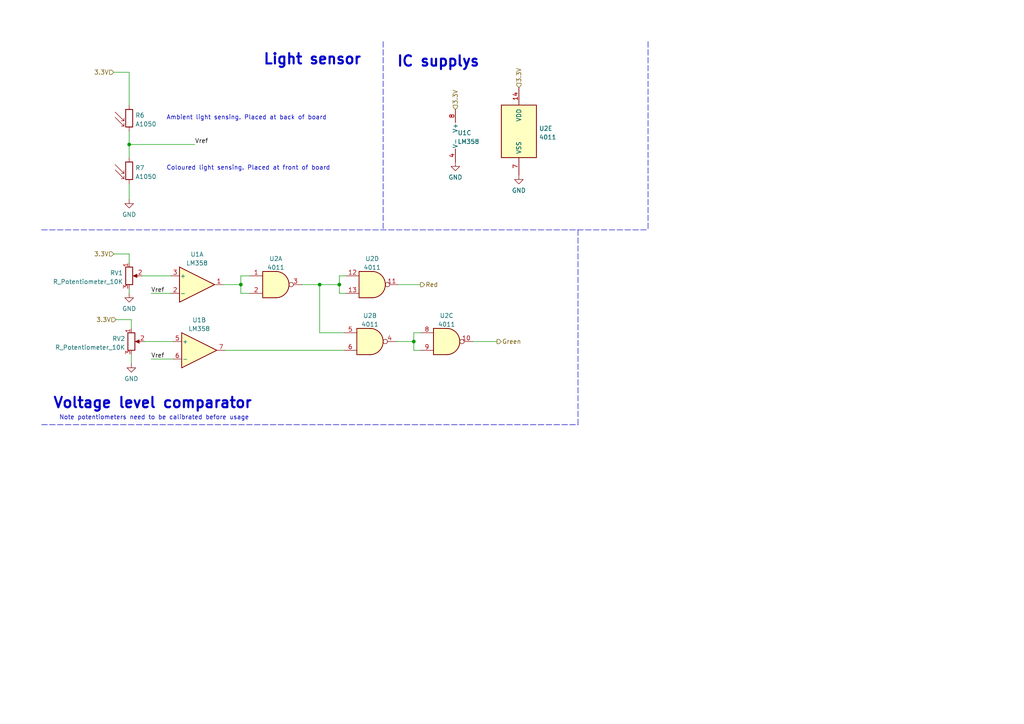
<source format=kicad_sch>
(kicad_sch (version 20211123) (generator eeschema)
  (paper "A4")
  (lib_symbols
    (symbol "4xxx:4011" (pin_names (offset 1.016))
      (property "Reference" "U" (at 0 1.27 0))
      (property "Value" "4011" (at 0 -1.27 0))
      (symbol "4011_1_1"
        (arc (start 0 -3.81) (mid 3.81 0) (end 0 3.81) (stroke (width 0.254)) (fill (type background)))
        (polyline (pts (xy 0 3.81) (xy -3.81 3.81) (xy -3.81 -3.81) (xy 0 -3.81)) (stroke (width 0.254)) (fill (type background)))
        (pin input line (at -7.62 2.54 0) (length 3.81) (name "~") (number "1"))
        (pin input line (at -7.62 -2.54 0) (length 3.81) (name "~") (number "2"))
        (pin output inverted (at 7.62 0 180) (length 3.81) (name "~") (number "3"))
      )
      (symbol "4011_1_2"
        (arc (start -3.81 -3.81) (mid -2.589 0) (end -3.81 3.81) (stroke (width 0.254)))
        (arc (start -0.6096 -3.81) (mid 2.1855 -2.584) (end 3.81 0) (stroke (width 0.254)) (fill (type background)))
        (polyline (pts (xy -3.81 -3.81) (xy -0.635 -3.81)) (stroke (width 0.254)) (fill (type background)))
        (polyline (pts (xy -3.81 3.81) (xy -0.635 3.81)) (stroke (width 0.254)) (fill (type background)))
        (polyline (pts (xy -0.635 3.81) (xy -3.81 3.81) (xy -3.81 3.81) (xy -3.556 3.4036) (xy -3.0226 2.2606) (xy -2.6924 1.0414) (xy -2.6162 -0.254) (xy -2.7686 -1.4986) (xy -3.175 -2.7178) (xy -3.81 -3.81) (xy -3.81 -3.81) (xy -0.635 -3.81)) (stroke (width -25.4)) (fill (type background)))
        (arc (start 3.81 0) (mid 2.1928 2.5925) (end -0.6096 3.81) (stroke (width 0.254)) (fill (type background)))
        (pin input inverted (at -7.62 2.54 0) (length 4.318) (name "~") (number "1"))
        (pin input inverted (at -7.62 -2.54 0) (length 4.318) (name "~") (number "2"))
        (pin output line (at 7.62 0 180) (length 3.81) (name "~") (number "3"))
      )
      (symbol "4011_2_1"
        (arc (start 0 -3.81) (mid 3.81 0) (end 0 3.81) (stroke (width 0.254)) (fill (type background)))
        (polyline (pts (xy 0 3.81) (xy -3.81 3.81) (xy -3.81 -3.81) (xy 0 -3.81)) (stroke (width 0.254)) (fill (type background)))
        (pin output inverted (at 7.62 0 180) (length 3.81) (name "~") (number "4"))
        (pin input line (at -7.62 2.54 0) (length 3.81) (name "~") (number "5"))
        (pin input line (at -7.62 -2.54 0) (length 3.81) (name "~") (number "6"))
      )
      (symbol "4011_2_2"
        (arc (start -3.81 -3.81) (mid -2.589 0) (end -3.81 3.81) (stroke (width 0.254)))
        (arc (start -0.6096 -3.81) (mid 2.1855 -2.584) (end 3.81 0) (stroke (width 0.254)) (fill (type background)))
        (polyline (pts (xy -3.81 -3.81) (xy -0.635 -3.81)) (stroke (width 0.254)) (fill (type background)))
        (polyline (pts (xy -3.81 3.81) (xy -0.635 3.81)) (stroke (width 0.254)) (fill (type background)))
        (polyline (pts (xy -0.635 3.81) (xy -3.81 3.81) (xy -3.81 3.81) (xy -3.556 3.4036) (xy -3.0226 2.2606) (xy -2.6924 1.0414) (xy -2.6162 -0.254) (xy -2.7686 -1.4986) (xy -3.175 -2.7178) (xy -3.81 -3.81) (xy -3.81 -3.81) (xy -0.635 -3.81)) (stroke (width -25.4)) (fill (type background)))
        (arc (start 3.81 0) (mid 2.1928 2.5925) (end -0.6096 3.81) (stroke (width 0.254)) (fill (type background)))
        (pin output line (at 7.62 0 180) (length 3.81) (name "~") (number "4"))
        (pin input inverted (at -7.62 2.54 0) (length 4.318) (name "~") (number "5"))
        (pin input inverted (at -7.62 -2.54 0) (length 4.318) (name "~") (number "6"))
      )
      (symbol "4011_3_1"
        (arc (start 0 -3.81) (mid 3.81 0) (end 0 3.81) (stroke (width 0.254)) (fill (type background)))
        (polyline (pts (xy 0 3.81) (xy -3.81 3.81) (xy -3.81 -3.81) (xy 0 -3.81)) (stroke (width 0.254)) (fill (type background)))
        (pin output inverted (at 7.62 0 180) (length 3.81) (name "~") (number "10"))
        (pin input line (at -7.62 2.54 0) (length 3.81) (name "~") (number "8"))
        (pin input line (at -7.62 -2.54 0) (length 3.81) (name "~") (number "9"))
      )
      (symbol "4011_3_2"
        (arc (start -3.81 -3.81) (mid -2.589 0) (end -3.81 3.81) (stroke (width 0.254)))
        (arc (start -0.6096 -3.81) (mid 2.1855 -2.584) (end 3.81 0) (stroke (width 0.254)) (fill (type background)))
        (polyline (pts (xy -3.81 -3.81) (xy -0.635 -3.81)) (stroke (width 0.254)) (fill (type background)))
        (polyline (pts (xy -3.81 3.81) (xy -0.635 3.81)) (stroke (width 0.254)) (fill (type background)))
        (polyline (pts (xy -0.635 3.81) (xy -3.81 3.81) (xy -3.81 3.81) (xy -3.556 3.4036) (xy -3.0226 2.2606) (xy -2.6924 1.0414) (xy -2.6162 -0.254) (xy -2.7686 -1.4986) (xy -3.175 -2.7178) (xy -3.81 -3.81) (xy -3.81 -3.81) (xy -0.635 -3.81)) (stroke (width -25.4)) (fill (type background)))
        (arc (start 3.81 0) (mid 2.1928 2.5925) (end -0.6096 3.81) (stroke (width 0.254)) (fill (type background)))
        (pin output line (at 7.62 0 180) (length 3.81) (name "~") (number "10"))
        (pin input inverted (at -7.62 2.54 0) (length 4.318) (name "~") (number "8"))
        (pin input inverted (at -7.62 -2.54 0) (length 4.318) (name "~") (number "9"))
      )
      (symbol "4011_4_1"
        (arc (start 0 -3.81) (mid 3.81 0) (end 0 3.81) (stroke (width 0.254)) (fill (type background)))
        (polyline (pts (xy 0 3.81) (xy -3.81 3.81) (xy -3.81 -3.81) (xy 0 -3.81)) (stroke (width 0.254)) (fill (type background)))
        (pin output inverted (at 7.62 0 180) (length 3.81) (name "~") (number "11"))
        (pin input line (at -7.62 2.54 0) (length 3.81) (name "~") (number "12"))
        (pin input line (at -7.62 -2.54 0) (length 3.81) (name "~") (number "13"))
      )
      (symbol "4011_4_2"
        (arc (start -3.81 -3.81) (mid -2.589 0) (end -3.81 3.81) (stroke (width 0.254)))
        (arc (start -0.6096 -3.81) (mid 2.1855 -2.584) (end 3.81 0) (stroke (width 0.254)) (fill (type background)))
        (polyline (pts (xy -3.81 -3.81) (xy -0.635 -3.81)) (stroke (width 0.254)) (fill (type background)))
        (polyline (pts (xy -3.81 3.81) (xy -0.635 3.81)) (stroke (width 0.254)) (fill (type background)))
        (polyline (pts (xy -0.635 3.81) (xy -3.81 3.81) (xy -3.81 3.81) (xy -3.556 3.4036) (xy -3.0226 2.2606) (xy -2.6924 1.0414) (xy -2.6162 -0.254) (xy -2.7686 -1.4986) (xy -3.175 -2.7178) (xy -3.81 -3.81) (xy -3.81 -3.81) (xy -0.635 -3.81)) (stroke (width -25.4)) (fill (type background)))
        (arc (start 3.81 0) (mid 2.1928 2.5925) (end -0.6096 3.81) (stroke (width 0.254)) (fill (type background)))
        (pin output line (at 7.62 0 180) (length 3.81) (name "~") (number "11"))
        (pin input inverted (at -7.62 2.54 0) (length 4.318) (name "~") (number "12"))
        (pin input inverted (at -7.62 -2.54 0) (length 4.318) (name "~") (number "13"))
      )
      (symbol "4011_5_0"
        (pin power_in line (at 0 12.7 270) (length 5.08) (name "VDD") (number "14"))
        (pin power_in line (at 0 -12.7 90) (length 5.08) (name "VSS") (number "7"))
      )
      (symbol "4011_5_1"
        (rectangle (start -5.08 7.62) (end 5.08 -7.62) (stroke (width 0.254)) (fill (type background)))
      )
    )
    (symbol "Amplifier_Operational:LM358" (pin_names (offset 0.127))
      (property "Reference" "U" (at 0 5.08 0))
      (property "Value" "LM358" (at 0 -5.08 0))
      (symbol "LM358_1_1"
        (polyline (pts (xy -5.08 5.08) (xy 5.08 0) (xy -5.08 -5.08) (xy -5.08 5.08)) (stroke (width 0.254)) (fill (type background)))
        (pin output line (at 7.62 0 180) (length 2.54) (name "~") (number "1"))
        (pin input line (at -7.62 -2.54 0) (length 2.54) (name "-") (number "2"))
        (pin input line (at -7.62 2.54 0) (length 2.54) (name "+") (number "3"))
      )
      (symbol "LM358_2_1"
        (polyline (pts (xy -5.08 5.08) (xy 5.08 0) (xy -5.08 -5.08) (xy -5.08 5.08)) (stroke (width 0.254)) (fill (type background)))
        (pin input line (at -7.62 2.54 0) (length 2.54) (name "+") (number "5"))
        (pin input line (at -7.62 -2.54 0) (length 2.54) (name "-") (number "6"))
        (pin output line (at 7.62 0 180) (length 2.54) (name "~") (number "7"))
      )
      (symbol "LM358_3_1"
        (pin power_in line (at -2.54 -7.62 90) (length 3.81) (name "V-") (number "4"))
        (pin power_in line (at -2.54 7.62 270) (length 3.81) (name "V+") (number "8"))
      )
    )
    (symbol "Device:R_Potentiometer" (pin_names (offset 1.016) hide)
      (property "Reference" "RV" (at -4.445 0 90))
      (property "Value" "R_Potentiometer" (at -2.54 0 90))
      (symbol "R_Potentiometer_0_1"
        (polyline (pts (xy 2.54 0) (xy 1.524 0)))
        (polyline (pts (xy 1.143 0) (xy 2.286 0.508) (xy 2.286 -0.508) (xy 1.143 0)) (fill (type outline)))
        (rectangle (start 1.016 2.54) (end -1.016 -2.54) (stroke (width 0.254)))
      )
      (symbol "R_Potentiometer_1_1"
        (pin passive line (at 0 3.81 270) (length 1.27) (name "1") (number "1"))
        (pin passive line (at 3.81 0 180) (length 1.27) (name "2") (number "2"))
        (pin passive line (at 0 -3.81 90) (length 1.27) (name "3") (number "3"))
      )
    )
    (symbol "Sensor_Optical:A1050" (pin_numbers hide) (pin_names (offset 0))
      (property "Reference" "R" (at -5.08 0 90))
      (property "Value" "A1050" (at 1.905 0 90))
      (symbol "A1050_0_1"
        (rectangle (start -1.016 2.54) (end 1.016 -2.54) (stroke (width 0.254)))
        (polyline (pts (xy -1.524 -2.286) (xy -4.064 0.254)))
        (polyline (pts (xy -1.524 -2.286) (xy -2.286 -2.286)))
        (polyline (pts (xy -1.524 -2.286) (xy -1.524 -1.524)))
        (polyline (pts (xy -1.524 -0.762) (xy -4.064 1.778)))
        (polyline (pts (xy -1.524 -0.762) (xy -2.286 -0.762)))
        (polyline (pts (xy -1.524 -0.762) (xy -1.524 0)))
      )
      (symbol "A1050_1_1"
        (pin passive line (at 0 3.81 270) (length 1.27) (name "~") (number "1"))
        (pin passive line (at 0 -3.81 90) (length 1.27) (name "~") (number "2"))
      )
    )
    (symbol "power:GND" (power) (pin_names (offset 0))
      (property "Value" "GND" (at 0 -3.81 0))
      (symbol "GND_0_1"
        (polyline (pts (xy 0 0) (xy 0 -1.27) (xy 1.27 -1.27) (xy 0 -2.54) (xy -1.27 -1.27) (xy 0 -1.27)))
      )
      (symbol "GND_1_1"
        (pin power_in line (at 0 0 270) (length 0) hide (name "GND") (number "1"))
      )
    )
  )
  (junction (at 69.85 82.55))
  (junction (at 37.465 41.91))
  (junction (at 98.425 82.55))
  (junction (at 120.015 99.06))
  (junction (at 92.71 82.55))
  (wire (pts (xy 120.015 101.6) (xy 121.92 101.6)))
  (wire (pts (xy 38.1 102.87) (xy 38.1 105.41)))
  (wire (pts (xy 41.91 99.06) (xy 50.165 99.06)))
  (wire (pts (xy 137.16 99.06) (xy 144.145 99.06)))
  (wire (pts (xy 98.425 82.55) (xy 98.425 80.01)))
  (wire (pts (xy 64.77 82.55) (xy 69.85 82.55)))
  (wire (pts (xy 114.935 99.06) (xy 120.015 99.06)))
  (wire (pts (xy 38.1 92.71) (xy 38.1 95.25)))
  (wire (pts (xy 69.85 85.09) (xy 72.39 85.09)))
  (wire (pts (xy 33.02 73.66) (xy 37.465 73.66)))
  (wire (pts (xy 120.015 99.06) (xy 120.015 101.6)))
  (wire (pts (xy 43.815 104.14) (xy 50.165 104.14)))
  (wire (pts (xy 37.465 41.91) (xy 37.465 45.72)))
  (wire (pts (xy 65.405 101.6) (xy 99.695 101.6)))
  (wire (pts (xy 87.63 82.55) (xy 92.71 82.55)))
  (polyline (pts (xy 12.065 123.19) (xy 167.64 123.19)))
  (wire (pts (xy 37.465 41.91) (xy 56.515 41.91)))
  (wire (pts (xy 41.275 80.01) (xy 49.53 80.01)))
  (wire (pts (xy 100.33 85.09) (xy 98.425 85.09)))
  (polyline (pts (xy 12.065 66.675) (xy 187.96 66.675)))
  (wire (pts (xy 37.465 20.955) (xy 37.465 30.48)))
  (wire (pts (xy 33.655 92.71) (xy 38.1 92.71)))
  (wire (pts (xy 33.02 20.955) (xy 37.465 20.955)))
  (wire (pts (xy 37.465 38.1) (xy 37.465 41.91)))
  (wire (pts (xy 37.465 73.66) (xy 37.465 76.2)))
  (wire (pts (xy 43.815 85.09) (xy 49.53 85.09)))
  (wire (pts (xy 37.465 83.82) (xy 37.465 85.09)))
  (wire (pts (xy 72.39 80.01) (xy 69.85 80.01)))
  (wire (pts (xy 69.85 80.01) (xy 69.85 82.55)))
  (wire (pts (xy 121.92 96.52) (xy 120.015 96.52)))
  (polyline (pts (xy 167.64 123.19) (xy 167.64 66.675)))
  (wire (pts (xy 92.71 82.55) (xy 98.425 82.55)))
  (wire (pts (xy 98.425 85.09) (xy 98.425 82.55)))
  (wire (pts (xy 98.425 80.01) (xy 100.33 80.01)))
  (polyline (pts (xy 111.125 12.065) (xy 111.125 66.675)))
  (wire (pts (xy 115.57 82.55) (xy 121.92 82.55)))
  (wire (pts (xy 37.465 53.34) (xy 37.465 57.785)))
  (polyline (pts (xy 187.96 12.065) (xy 187.96 66.675)))
  (wire (pts (xy 120.015 96.52) (xy 120.015 99.06)))
  (wire (pts (xy 69.85 82.55) (xy 69.85 85.09)))
  (wire (pts (xy 92.71 96.52) (xy 92.71 82.55)))
  (wire (pts (xy 92.71 96.52) (xy 99.695 96.52)))
  (text "Voltage level comparator" (at 15.24 118.745 0) (effects (font (size 3 3) bold) (justify left bottom)))
  (text "Ambient light sensing. Placed at back of board" (at 48.26 34.925 0) (effects (font (size 1.27 1.27)) (justify left bottom)))
  (text "Note potentiometers need to be calibrated before usage" (at 17.145 121.92 0) (effects (font (size 1.27 1.27)) (justify left bottom)))
  (text "Coloured light sensing. Placed at front of board" (at 48.26 49.53 0) (effects (font (size 1.27 1.27)) (justify left bottom)))
  (text "Light sensor" (at 76.2 19.05 0) (effects (font (size 3 3) bold) (justify left bottom)))
  (text "IC supplys" (at 114.935 19.685 0) (effects (font (size 3 3) (thickness 0.6) bold) (justify left bottom)))
  (label "Vref" (at 43.815 85.09 0))
  (label "Vref" (at 43.815 104.14 0))
  (label "Vref" (at 56.515 41.91 0))
  (hierarchical_label "Green" (shape output) (at 144.145 99.06 0))
  (hierarchical_label "3.3V" (shape input) (at 132.08 31.75 90))
  (hierarchical_label "3.3V" (shape input) (at 150.495 25.4 90))
  (hierarchical_label "3.3V" (shape input) (at 33.02 20.955 180))
  (hierarchical_label "3.3V" (shape input) (at 33.655 92.71 180))
  (hierarchical_label "Red" (shape output) (at 121.92 82.55 0))
  (hierarchical_label "3.3V" (shape input) (at 33.02 73.66 180))
  (symbol (lib_id "power:GND") (at 37.465 85.09 0) (unit 1)
    (property "Reference" "#PWR05" (effects hide))
    (property "Value" "GND" (at 37.465 89.5334 0))
  )
  (symbol (lib_id "power:GND") (at 132.08 46.99 0) (unit 1)
    (property "Reference" "#PWR07" (effects hide))
    (property "Value" "GND" (at 132.08 51.4334 0))
  )
  (symbol (lib_id "power:GND") (at 150.495 50.8 0) (unit 1)
    (property "Reference" "#PWR08" (effects hide))
    (property "Value" "GND" (at 150.495 55.2434 0))
  )
  (symbol (lib_id "Device:R_Potentiometer") (at 38.1 99.06 0) (unit 1)
    (property "Reference" "RV2" (at 36.322 98.2253 0) (effects (justify right)))
    (property "Value" "R_Potentiometer_10K" (at 36.322 100.7622 0) (effects (justify right)))
  )
  (symbol (lib_id "Sensor_Optical:A1050") (at 37.465 34.29 0) (unit 1)
    (property "Reference" "R6" (at 39.243 33.4553 0) (effects (justify left)))
    (property "Value" "A1050" (at 39.243 35.9922 0) (effects (justify left)))
    (property "Footprint" "OptoDevice:R_LDR_D6.4mm_P3.4mm_Vertical" (effects hide))
    (property "Datasheet" "http://cdn-reichelt.de/documents/datenblatt/A500/A106012.pdf" (effects hide))
  )
  (symbol (lib_id "power:GND") (at 38.1 105.41 0) (unit 1)
    (property "Reference" "#PWR06" (effects hide))
    (property "Value" "GND" (at 38.1 109.8534 0))
  )
  (symbol (lib_id "4xxx:4011") (at 150.495 38.1 0) (unit 5)
    (property "Reference" "U2" (at 156.337 37.2653 0) (effects (justify left)))
    (property "Value" "4011" (at 156.337 39.8022 0) (effects (justify left)))
    (property "Datasheet" "http://www.intersil.com/content/dam/Intersil/documents/cd40/cd4011bms-12bms-23bms.pdf" (effects hide))
  )
  (symbol (lib_id "4xxx:4011") (at 107.315 99.06 0) (unit 2)
    (property "Reference" "U2" (at 107.315 91.5502 0))
    (property "Value" "4011" (at 107.315 94.0871 0))
    (property "Datasheet" "http://www.intersil.com/content/dam/Intersil/documents/cd40/cd4011bms-12bms-23bms.pdf" (effects hide))
  )
  (symbol (lib_id "4xxx:4011") (at 129.54 99.06 0) (unit 3)
    (property "Reference" "U2" (at 129.54 91.5502 0))
    (property "Value" "4011" (at 129.54 94.0871 0))
    (property "Datasheet" "http://www.intersil.com/content/dam/Intersil/documents/cd40/cd4011bms-12bms-23bms.pdf" (effects hide))
  )
  (symbol (lib_id "Amplifier_Operational:LM358") (at 57.785 101.6 0) (unit 2)
    (property "Reference" "U1" (at 57.785 92.8202 0))
    (property "Value" "LM358" (at 57.785 95.3571 0))
    (property "Datasheet" "http://www.ti.com/lit/ds/symlink/lm2904-n.pdf" (effects hide))
  )
  (symbol (lib_id "Device:R_Potentiometer") (at 37.465 80.01 0) (unit 1)
    (property "Reference" "RV1" (at 35.6871 79.1753 0) (effects (justify right)))
    (property "Value" "R_Potentiometer_10K" (at 35.6871 81.7122 0) (effects (justify right)))
  )
  (symbol (lib_id "4xxx:4011") (at 80.01 82.55 0) (unit 1)
    (property "Reference" "U2" (at 80.01 75.0402 0))
    (property "Value" "4011" (at 80.01 77.5771 0))
    (property "Datasheet" "http://www.intersil.com/content/dam/Intersil/documents/cd40/cd4011bms-12bms-23bms.pdf" (effects hide))
  )
  (symbol (lib_id "Amplifier_Operational:LM358") (at 57.15 82.55 0) (unit 1)
    (property "Reference" "U1" (at 57.15 73.7702 0))
    (property "Value" "LM358" (at 57.15 76.3071 0))
    (property "Datasheet" "http://www.ti.com/lit/ds/symlink/lm2904-n.pdf" (effects hide))
  )
  (symbol (lib_id "power:GND") (at 37.465 57.785 0) (unit 1)
    (property "Reference" "#PWR04" (effects hide))
    (property "Value" "GND" (at 37.465 62.2284 0))
  )
  (symbol (lib_id "Sensor_Optical:A1050") (at 37.465 49.53 0) (unit 1)
    (property "Reference" "R7" (at 39.243 48.6953 0) (effects (justify left)))
    (property "Value" "A1050" (at 39.243 51.2322 0) (effects (justify left)))
    (property "Footprint" "OptoDevice:R_LDR_D6.4mm_P3.4mm_Vertical" (effects hide))
    (property "Datasheet" "http://cdn-reichelt.de/documents/datenblatt/A500/A106012.pdf" (effects hide))
  )
  (symbol (lib_id "4xxx:4011") (at 107.95 82.55 0) (unit 4)
    (property "Reference" "U2" (at 107.95 75.0402 0))
    (property "Value" "4011" (at 107.95 77.5771 0))
    (property "Datasheet" "http://www.intersil.com/content/dam/Intersil/documents/cd40/cd4011bms-12bms-23bms.pdf" (effects hide))
  )
  (symbol (lib_id "Amplifier_Operational:LM358") (at 134.62 39.37 0) (unit 3)
    (property "Reference" "U1" (at 132.715 38.5353 0) (effects (justify left)))
    (property "Value" "LM358" (at 132.715 41.0722 0) (effects (justify left)))
    (property "Datasheet" "http://www.ti.com/lit/ds/symlink/lm2904-n.pdf" (effects hide))
  )
)
</source>
